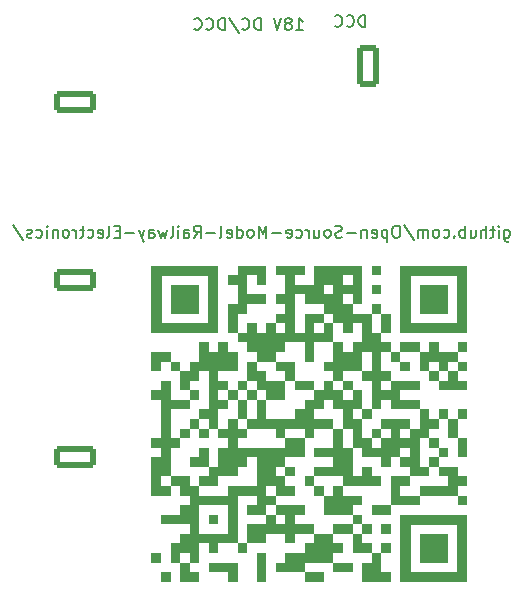
<source format=gbr>
%TF.GenerationSoftware,KiCad,Pcbnew,8.0.8*%
%TF.CreationDate,2025-06-27T13:45:21+02:00*%
%TF.ProjectId,OS-servo-decoder-8,4f532d73-6572-4766-9f2d-6465636f6465,rev?*%
%TF.SameCoordinates,Original*%
%TF.FileFunction,Legend,Bot*%
%TF.FilePolarity,Positive*%
%FSLAX46Y46*%
G04 Gerber Fmt 4.6, Leading zero omitted, Abs format (unit mm)*
G04 Created by KiCad (PCBNEW 8.0.8) date 2025-06-27 13:45:21*
%MOMM*%
%LPD*%
G01*
G04 APERTURE LIST*
G04 Aperture macros list*
%AMRoundRect*
0 Rectangle with rounded corners*
0 $1 Rounding radius*
0 $2 $3 $4 $5 $6 $7 $8 $9 X,Y pos of 4 corners*
0 Add a 4 corners polygon primitive as box body*
4,1,4,$2,$3,$4,$5,$6,$7,$8,$9,$2,$3,0*
0 Add four circle primitives for the rounded corners*
1,1,$1+$1,$2,$3*
1,1,$1+$1,$4,$5*
1,1,$1+$1,$6,$7*
1,1,$1+$1,$8,$9*
0 Add four rect primitives between the rounded corners*
20,1,$1+$1,$2,$3,$4,$5,0*
20,1,$1+$1,$4,$5,$6,$7,0*
20,1,$1+$1,$6,$7,$8,$9,0*
20,1,$1+$1,$8,$9,$2,$3,0*%
G04 Aperture macros list end*
%ADD10C,0.150000*%
%ADD11C,0.000000*%
%ADD12R,1.700000X1.700000*%
%ADD13O,1.700000X1.700000*%
%ADD14RoundRect,0.250000X-1.550000X0.650000X-1.550000X-0.650000X1.550000X-0.650000X1.550000X0.650000X0*%
%ADD15O,3.600000X1.800000*%
%ADD16C,3.200000*%
%ADD17R,2.200000X2.200000*%
%ADD18C,2.200000*%
%ADD19RoundRect,0.250000X0.650000X1.550000X-0.650000X1.550000X-0.650000X-1.550000X0.650000X-1.550000X0*%
%ADD20O,1.800000X3.600000*%
G04 APERTURE END LIST*
D10*
X120139411Y-105869819D02*
X120710839Y-105869819D01*
X120425125Y-105869819D02*
X120425125Y-104869819D01*
X120425125Y-104869819D02*
X120520363Y-105012676D01*
X120520363Y-105012676D02*
X120615601Y-105107914D01*
X120615601Y-105107914D02*
X120710839Y-105155533D01*
X119567982Y-105298390D02*
X119663220Y-105250771D01*
X119663220Y-105250771D02*
X119710839Y-105203152D01*
X119710839Y-105203152D02*
X119758458Y-105107914D01*
X119758458Y-105107914D02*
X119758458Y-105060295D01*
X119758458Y-105060295D02*
X119710839Y-104965057D01*
X119710839Y-104965057D02*
X119663220Y-104917438D01*
X119663220Y-104917438D02*
X119567982Y-104869819D01*
X119567982Y-104869819D02*
X119377506Y-104869819D01*
X119377506Y-104869819D02*
X119282268Y-104917438D01*
X119282268Y-104917438D02*
X119234649Y-104965057D01*
X119234649Y-104965057D02*
X119187030Y-105060295D01*
X119187030Y-105060295D02*
X119187030Y-105107914D01*
X119187030Y-105107914D02*
X119234649Y-105203152D01*
X119234649Y-105203152D02*
X119282268Y-105250771D01*
X119282268Y-105250771D02*
X119377506Y-105298390D01*
X119377506Y-105298390D02*
X119567982Y-105298390D01*
X119567982Y-105298390D02*
X119663220Y-105346009D01*
X119663220Y-105346009D02*
X119710839Y-105393628D01*
X119710839Y-105393628D02*
X119758458Y-105488866D01*
X119758458Y-105488866D02*
X119758458Y-105679342D01*
X119758458Y-105679342D02*
X119710839Y-105774580D01*
X119710839Y-105774580D02*
X119663220Y-105822200D01*
X119663220Y-105822200D02*
X119567982Y-105869819D01*
X119567982Y-105869819D02*
X119377506Y-105869819D01*
X119377506Y-105869819D02*
X119282268Y-105822200D01*
X119282268Y-105822200D02*
X119234649Y-105774580D01*
X119234649Y-105774580D02*
X119187030Y-105679342D01*
X119187030Y-105679342D02*
X119187030Y-105488866D01*
X119187030Y-105488866D02*
X119234649Y-105393628D01*
X119234649Y-105393628D02*
X119282268Y-105346009D01*
X119282268Y-105346009D02*
X119377506Y-105298390D01*
X118901315Y-104869819D02*
X118567982Y-105869819D01*
X118567982Y-105869819D02*
X118234649Y-104869819D01*
X117139410Y-105869819D02*
X117139410Y-104869819D01*
X117139410Y-104869819D02*
X116901315Y-104869819D01*
X116901315Y-104869819D02*
X116758458Y-104917438D01*
X116758458Y-104917438D02*
X116663220Y-105012676D01*
X116663220Y-105012676D02*
X116615601Y-105107914D01*
X116615601Y-105107914D02*
X116567982Y-105298390D01*
X116567982Y-105298390D02*
X116567982Y-105441247D01*
X116567982Y-105441247D02*
X116615601Y-105631723D01*
X116615601Y-105631723D02*
X116663220Y-105726961D01*
X116663220Y-105726961D02*
X116758458Y-105822200D01*
X116758458Y-105822200D02*
X116901315Y-105869819D01*
X116901315Y-105869819D02*
X117139410Y-105869819D01*
X115567982Y-105774580D02*
X115615601Y-105822200D01*
X115615601Y-105822200D02*
X115758458Y-105869819D01*
X115758458Y-105869819D02*
X115853696Y-105869819D01*
X115853696Y-105869819D02*
X115996553Y-105822200D01*
X115996553Y-105822200D02*
X116091791Y-105726961D01*
X116091791Y-105726961D02*
X116139410Y-105631723D01*
X116139410Y-105631723D02*
X116187029Y-105441247D01*
X116187029Y-105441247D02*
X116187029Y-105298390D01*
X116187029Y-105298390D02*
X116139410Y-105107914D01*
X116139410Y-105107914D02*
X116091791Y-105012676D01*
X116091791Y-105012676D02*
X115996553Y-104917438D01*
X115996553Y-104917438D02*
X115853696Y-104869819D01*
X115853696Y-104869819D02*
X115758458Y-104869819D01*
X115758458Y-104869819D02*
X115615601Y-104917438D01*
X115615601Y-104917438D02*
X115567982Y-104965057D01*
X114425125Y-104822200D02*
X115282267Y-106107914D01*
X114091791Y-105869819D02*
X114091791Y-104869819D01*
X114091791Y-104869819D02*
X113853696Y-104869819D01*
X113853696Y-104869819D02*
X113710839Y-104917438D01*
X113710839Y-104917438D02*
X113615601Y-105012676D01*
X113615601Y-105012676D02*
X113567982Y-105107914D01*
X113567982Y-105107914D02*
X113520363Y-105298390D01*
X113520363Y-105298390D02*
X113520363Y-105441247D01*
X113520363Y-105441247D02*
X113567982Y-105631723D01*
X113567982Y-105631723D02*
X113615601Y-105726961D01*
X113615601Y-105726961D02*
X113710839Y-105822200D01*
X113710839Y-105822200D02*
X113853696Y-105869819D01*
X113853696Y-105869819D02*
X114091791Y-105869819D01*
X112520363Y-105774580D02*
X112567982Y-105822200D01*
X112567982Y-105822200D02*
X112710839Y-105869819D01*
X112710839Y-105869819D02*
X112806077Y-105869819D01*
X112806077Y-105869819D02*
X112948934Y-105822200D01*
X112948934Y-105822200D02*
X113044172Y-105726961D01*
X113044172Y-105726961D02*
X113091791Y-105631723D01*
X113091791Y-105631723D02*
X113139410Y-105441247D01*
X113139410Y-105441247D02*
X113139410Y-105298390D01*
X113139410Y-105298390D02*
X113091791Y-105107914D01*
X113091791Y-105107914D02*
X113044172Y-105012676D01*
X113044172Y-105012676D02*
X112948934Y-104917438D01*
X112948934Y-104917438D02*
X112806077Y-104869819D01*
X112806077Y-104869819D02*
X112710839Y-104869819D01*
X112710839Y-104869819D02*
X112567982Y-104917438D01*
X112567982Y-104917438D02*
X112520363Y-104965057D01*
X111520363Y-105774580D02*
X111567982Y-105822200D01*
X111567982Y-105822200D02*
X111710839Y-105869819D01*
X111710839Y-105869819D02*
X111806077Y-105869819D01*
X111806077Y-105869819D02*
X111948934Y-105822200D01*
X111948934Y-105822200D02*
X112044172Y-105726961D01*
X112044172Y-105726961D02*
X112091791Y-105631723D01*
X112091791Y-105631723D02*
X112139410Y-105441247D01*
X112139410Y-105441247D02*
X112139410Y-105298390D01*
X112139410Y-105298390D02*
X112091791Y-105107914D01*
X112091791Y-105107914D02*
X112044172Y-105012676D01*
X112044172Y-105012676D02*
X111948934Y-104917438D01*
X111948934Y-104917438D02*
X111806077Y-104869819D01*
X111806077Y-104869819D02*
X111710839Y-104869819D01*
X111710839Y-104869819D02*
X111567982Y-104917438D01*
X111567982Y-104917438D02*
X111520363Y-104965057D01*
X137777353Y-122774152D02*
X137777353Y-123583676D01*
X137777353Y-123583676D02*
X137824972Y-123678914D01*
X137824972Y-123678914D02*
X137872591Y-123726533D01*
X137872591Y-123726533D02*
X137967829Y-123774152D01*
X137967829Y-123774152D02*
X138110686Y-123774152D01*
X138110686Y-123774152D02*
X138205924Y-123726533D01*
X137777353Y-123393200D02*
X137872591Y-123440819D01*
X137872591Y-123440819D02*
X138063067Y-123440819D01*
X138063067Y-123440819D02*
X138158305Y-123393200D01*
X138158305Y-123393200D02*
X138205924Y-123345580D01*
X138205924Y-123345580D02*
X138253543Y-123250342D01*
X138253543Y-123250342D02*
X138253543Y-122964628D01*
X138253543Y-122964628D02*
X138205924Y-122869390D01*
X138205924Y-122869390D02*
X138158305Y-122821771D01*
X138158305Y-122821771D02*
X138063067Y-122774152D01*
X138063067Y-122774152D02*
X137872591Y-122774152D01*
X137872591Y-122774152D02*
X137777353Y-122821771D01*
X137301162Y-123440819D02*
X137301162Y-122774152D01*
X137301162Y-122440819D02*
X137348781Y-122488438D01*
X137348781Y-122488438D02*
X137301162Y-122536057D01*
X137301162Y-122536057D02*
X137253543Y-122488438D01*
X137253543Y-122488438D02*
X137301162Y-122440819D01*
X137301162Y-122440819D02*
X137301162Y-122536057D01*
X136967829Y-122774152D02*
X136586877Y-122774152D01*
X136824972Y-122440819D02*
X136824972Y-123297961D01*
X136824972Y-123297961D02*
X136777353Y-123393200D01*
X136777353Y-123393200D02*
X136682115Y-123440819D01*
X136682115Y-123440819D02*
X136586877Y-123440819D01*
X136253543Y-123440819D02*
X136253543Y-122440819D01*
X135824972Y-123440819D02*
X135824972Y-122917009D01*
X135824972Y-122917009D02*
X135872591Y-122821771D01*
X135872591Y-122821771D02*
X135967829Y-122774152D01*
X135967829Y-122774152D02*
X136110686Y-122774152D01*
X136110686Y-122774152D02*
X136205924Y-122821771D01*
X136205924Y-122821771D02*
X136253543Y-122869390D01*
X134920210Y-122774152D02*
X134920210Y-123440819D01*
X135348781Y-122774152D02*
X135348781Y-123297961D01*
X135348781Y-123297961D02*
X135301162Y-123393200D01*
X135301162Y-123393200D02*
X135205924Y-123440819D01*
X135205924Y-123440819D02*
X135063067Y-123440819D01*
X135063067Y-123440819D02*
X134967829Y-123393200D01*
X134967829Y-123393200D02*
X134920210Y-123345580D01*
X134444019Y-123440819D02*
X134444019Y-122440819D01*
X134444019Y-122821771D02*
X134348781Y-122774152D01*
X134348781Y-122774152D02*
X134158305Y-122774152D01*
X134158305Y-122774152D02*
X134063067Y-122821771D01*
X134063067Y-122821771D02*
X134015448Y-122869390D01*
X134015448Y-122869390D02*
X133967829Y-122964628D01*
X133967829Y-122964628D02*
X133967829Y-123250342D01*
X133967829Y-123250342D02*
X134015448Y-123345580D01*
X134015448Y-123345580D02*
X134063067Y-123393200D01*
X134063067Y-123393200D02*
X134158305Y-123440819D01*
X134158305Y-123440819D02*
X134348781Y-123440819D01*
X134348781Y-123440819D02*
X134444019Y-123393200D01*
X133539257Y-123345580D02*
X133491638Y-123393200D01*
X133491638Y-123393200D02*
X133539257Y-123440819D01*
X133539257Y-123440819D02*
X133586876Y-123393200D01*
X133586876Y-123393200D02*
X133539257Y-123345580D01*
X133539257Y-123345580D02*
X133539257Y-123440819D01*
X132634496Y-123393200D02*
X132729734Y-123440819D01*
X132729734Y-123440819D02*
X132920210Y-123440819D01*
X132920210Y-123440819D02*
X133015448Y-123393200D01*
X133015448Y-123393200D02*
X133063067Y-123345580D01*
X133063067Y-123345580D02*
X133110686Y-123250342D01*
X133110686Y-123250342D02*
X133110686Y-122964628D01*
X133110686Y-122964628D02*
X133063067Y-122869390D01*
X133063067Y-122869390D02*
X133015448Y-122821771D01*
X133015448Y-122821771D02*
X132920210Y-122774152D01*
X132920210Y-122774152D02*
X132729734Y-122774152D01*
X132729734Y-122774152D02*
X132634496Y-122821771D01*
X132063067Y-123440819D02*
X132158305Y-123393200D01*
X132158305Y-123393200D02*
X132205924Y-123345580D01*
X132205924Y-123345580D02*
X132253543Y-123250342D01*
X132253543Y-123250342D02*
X132253543Y-122964628D01*
X132253543Y-122964628D02*
X132205924Y-122869390D01*
X132205924Y-122869390D02*
X132158305Y-122821771D01*
X132158305Y-122821771D02*
X132063067Y-122774152D01*
X132063067Y-122774152D02*
X131920210Y-122774152D01*
X131920210Y-122774152D02*
X131824972Y-122821771D01*
X131824972Y-122821771D02*
X131777353Y-122869390D01*
X131777353Y-122869390D02*
X131729734Y-122964628D01*
X131729734Y-122964628D02*
X131729734Y-123250342D01*
X131729734Y-123250342D02*
X131777353Y-123345580D01*
X131777353Y-123345580D02*
X131824972Y-123393200D01*
X131824972Y-123393200D02*
X131920210Y-123440819D01*
X131920210Y-123440819D02*
X132063067Y-123440819D01*
X131301162Y-123440819D02*
X131301162Y-122774152D01*
X131301162Y-122869390D02*
X131253543Y-122821771D01*
X131253543Y-122821771D02*
X131158305Y-122774152D01*
X131158305Y-122774152D02*
X131015448Y-122774152D01*
X131015448Y-122774152D02*
X130920210Y-122821771D01*
X130920210Y-122821771D02*
X130872591Y-122917009D01*
X130872591Y-122917009D02*
X130872591Y-123440819D01*
X130872591Y-122917009D02*
X130824972Y-122821771D01*
X130824972Y-122821771D02*
X130729734Y-122774152D01*
X130729734Y-122774152D02*
X130586877Y-122774152D01*
X130586877Y-122774152D02*
X130491638Y-122821771D01*
X130491638Y-122821771D02*
X130444019Y-122917009D01*
X130444019Y-122917009D02*
X130444019Y-123440819D01*
X129253544Y-122393200D02*
X130110686Y-123678914D01*
X128729734Y-122440819D02*
X128539258Y-122440819D01*
X128539258Y-122440819D02*
X128444020Y-122488438D01*
X128444020Y-122488438D02*
X128348782Y-122583676D01*
X128348782Y-122583676D02*
X128301163Y-122774152D01*
X128301163Y-122774152D02*
X128301163Y-123107485D01*
X128301163Y-123107485D02*
X128348782Y-123297961D01*
X128348782Y-123297961D02*
X128444020Y-123393200D01*
X128444020Y-123393200D02*
X128539258Y-123440819D01*
X128539258Y-123440819D02*
X128729734Y-123440819D01*
X128729734Y-123440819D02*
X128824972Y-123393200D01*
X128824972Y-123393200D02*
X128920210Y-123297961D01*
X128920210Y-123297961D02*
X128967829Y-123107485D01*
X128967829Y-123107485D02*
X128967829Y-122774152D01*
X128967829Y-122774152D02*
X128920210Y-122583676D01*
X128920210Y-122583676D02*
X128824972Y-122488438D01*
X128824972Y-122488438D02*
X128729734Y-122440819D01*
X127872591Y-122774152D02*
X127872591Y-123774152D01*
X127872591Y-122821771D02*
X127777353Y-122774152D01*
X127777353Y-122774152D02*
X127586877Y-122774152D01*
X127586877Y-122774152D02*
X127491639Y-122821771D01*
X127491639Y-122821771D02*
X127444020Y-122869390D01*
X127444020Y-122869390D02*
X127396401Y-122964628D01*
X127396401Y-122964628D02*
X127396401Y-123250342D01*
X127396401Y-123250342D02*
X127444020Y-123345580D01*
X127444020Y-123345580D02*
X127491639Y-123393200D01*
X127491639Y-123393200D02*
X127586877Y-123440819D01*
X127586877Y-123440819D02*
X127777353Y-123440819D01*
X127777353Y-123440819D02*
X127872591Y-123393200D01*
X126586877Y-123393200D02*
X126682115Y-123440819D01*
X126682115Y-123440819D02*
X126872591Y-123440819D01*
X126872591Y-123440819D02*
X126967829Y-123393200D01*
X126967829Y-123393200D02*
X127015448Y-123297961D01*
X127015448Y-123297961D02*
X127015448Y-122917009D01*
X127015448Y-122917009D02*
X126967829Y-122821771D01*
X126967829Y-122821771D02*
X126872591Y-122774152D01*
X126872591Y-122774152D02*
X126682115Y-122774152D01*
X126682115Y-122774152D02*
X126586877Y-122821771D01*
X126586877Y-122821771D02*
X126539258Y-122917009D01*
X126539258Y-122917009D02*
X126539258Y-123012247D01*
X126539258Y-123012247D02*
X127015448Y-123107485D01*
X126110686Y-122774152D02*
X126110686Y-123440819D01*
X126110686Y-122869390D02*
X126063067Y-122821771D01*
X126063067Y-122821771D02*
X125967829Y-122774152D01*
X125967829Y-122774152D02*
X125824972Y-122774152D01*
X125824972Y-122774152D02*
X125729734Y-122821771D01*
X125729734Y-122821771D02*
X125682115Y-122917009D01*
X125682115Y-122917009D02*
X125682115Y-123440819D01*
X125205924Y-123059866D02*
X124444020Y-123059866D01*
X124015448Y-123393200D02*
X123872591Y-123440819D01*
X123872591Y-123440819D02*
X123634496Y-123440819D01*
X123634496Y-123440819D02*
X123539258Y-123393200D01*
X123539258Y-123393200D02*
X123491639Y-123345580D01*
X123491639Y-123345580D02*
X123444020Y-123250342D01*
X123444020Y-123250342D02*
X123444020Y-123155104D01*
X123444020Y-123155104D02*
X123491639Y-123059866D01*
X123491639Y-123059866D02*
X123539258Y-123012247D01*
X123539258Y-123012247D02*
X123634496Y-122964628D01*
X123634496Y-122964628D02*
X123824972Y-122917009D01*
X123824972Y-122917009D02*
X123920210Y-122869390D01*
X123920210Y-122869390D02*
X123967829Y-122821771D01*
X123967829Y-122821771D02*
X124015448Y-122726533D01*
X124015448Y-122726533D02*
X124015448Y-122631295D01*
X124015448Y-122631295D02*
X123967829Y-122536057D01*
X123967829Y-122536057D02*
X123920210Y-122488438D01*
X123920210Y-122488438D02*
X123824972Y-122440819D01*
X123824972Y-122440819D02*
X123586877Y-122440819D01*
X123586877Y-122440819D02*
X123444020Y-122488438D01*
X122872591Y-123440819D02*
X122967829Y-123393200D01*
X122967829Y-123393200D02*
X123015448Y-123345580D01*
X123015448Y-123345580D02*
X123063067Y-123250342D01*
X123063067Y-123250342D02*
X123063067Y-122964628D01*
X123063067Y-122964628D02*
X123015448Y-122869390D01*
X123015448Y-122869390D02*
X122967829Y-122821771D01*
X122967829Y-122821771D02*
X122872591Y-122774152D01*
X122872591Y-122774152D02*
X122729734Y-122774152D01*
X122729734Y-122774152D02*
X122634496Y-122821771D01*
X122634496Y-122821771D02*
X122586877Y-122869390D01*
X122586877Y-122869390D02*
X122539258Y-122964628D01*
X122539258Y-122964628D02*
X122539258Y-123250342D01*
X122539258Y-123250342D02*
X122586877Y-123345580D01*
X122586877Y-123345580D02*
X122634496Y-123393200D01*
X122634496Y-123393200D02*
X122729734Y-123440819D01*
X122729734Y-123440819D02*
X122872591Y-123440819D01*
X121682115Y-122774152D02*
X121682115Y-123440819D01*
X122110686Y-122774152D02*
X122110686Y-123297961D01*
X122110686Y-123297961D02*
X122063067Y-123393200D01*
X122063067Y-123393200D02*
X121967829Y-123440819D01*
X121967829Y-123440819D02*
X121824972Y-123440819D01*
X121824972Y-123440819D02*
X121729734Y-123393200D01*
X121729734Y-123393200D02*
X121682115Y-123345580D01*
X121205924Y-123440819D02*
X121205924Y-122774152D01*
X121205924Y-122964628D02*
X121158305Y-122869390D01*
X121158305Y-122869390D02*
X121110686Y-122821771D01*
X121110686Y-122821771D02*
X121015448Y-122774152D01*
X121015448Y-122774152D02*
X120920210Y-122774152D01*
X120158305Y-123393200D02*
X120253543Y-123440819D01*
X120253543Y-123440819D02*
X120444019Y-123440819D01*
X120444019Y-123440819D02*
X120539257Y-123393200D01*
X120539257Y-123393200D02*
X120586876Y-123345580D01*
X120586876Y-123345580D02*
X120634495Y-123250342D01*
X120634495Y-123250342D02*
X120634495Y-122964628D01*
X120634495Y-122964628D02*
X120586876Y-122869390D01*
X120586876Y-122869390D02*
X120539257Y-122821771D01*
X120539257Y-122821771D02*
X120444019Y-122774152D01*
X120444019Y-122774152D02*
X120253543Y-122774152D01*
X120253543Y-122774152D02*
X120158305Y-122821771D01*
X119348781Y-123393200D02*
X119444019Y-123440819D01*
X119444019Y-123440819D02*
X119634495Y-123440819D01*
X119634495Y-123440819D02*
X119729733Y-123393200D01*
X119729733Y-123393200D02*
X119777352Y-123297961D01*
X119777352Y-123297961D02*
X119777352Y-122917009D01*
X119777352Y-122917009D02*
X119729733Y-122821771D01*
X119729733Y-122821771D02*
X119634495Y-122774152D01*
X119634495Y-122774152D02*
X119444019Y-122774152D01*
X119444019Y-122774152D02*
X119348781Y-122821771D01*
X119348781Y-122821771D02*
X119301162Y-122917009D01*
X119301162Y-122917009D02*
X119301162Y-123012247D01*
X119301162Y-123012247D02*
X119777352Y-123107485D01*
X118872590Y-123059866D02*
X118110686Y-123059866D01*
X117634495Y-123440819D02*
X117634495Y-122440819D01*
X117634495Y-122440819D02*
X117301162Y-123155104D01*
X117301162Y-123155104D02*
X116967829Y-122440819D01*
X116967829Y-122440819D02*
X116967829Y-123440819D01*
X116348781Y-123440819D02*
X116444019Y-123393200D01*
X116444019Y-123393200D02*
X116491638Y-123345580D01*
X116491638Y-123345580D02*
X116539257Y-123250342D01*
X116539257Y-123250342D02*
X116539257Y-122964628D01*
X116539257Y-122964628D02*
X116491638Y-122869390D01*
X116491638Y-122869390D02*
X116444019Y-122821771D01*
X116444019Y-122821771D02*
X116348781Y-122774152D01*
X116348781Y-122774152D02*
X116205924Y-122774152D01*
X116205924Y-122774152D02*
X116110686Y-122821771D01*
X116110686Y-122821771D02*
X116063067Y-122869390D01*
X116063067Y-122869390D02*
X116015448Y-122964628D01*
X116015448Y-122964628D02*
X116015448Y-123250342D01*
X116015448Y-123250342D02*
X116063067Y-123345580D01*
X116063067Y-123345580D02*
X116110686Y-123393200D01*
X116110686Y-123393200D02*
X116205924Y-123440819D01*
X116205924Y-123440819D02*
X116348781Y-123440819D01*
X115158305Y-123440819D02*
X115158305Y-122440819D01*
X115158305Y-123393200D02*
X115253543Y-123440819D01*
X115253543Y-123440819D02*
X115444019Y-123440819D01*
X115444019Y-123440819D02*
X115539257Y-123393200D01*
X115539257Y-123393200D02*
X115586876Y-123345580D01*
X115586876Y-123345580D02*
X115634495Y-123250342D01*
X115634495Y-123250342D02*
X115634495Y-122964628D01*
X115634495Y-122964628D02*
X115586876Y-122869390D01*
X115586876Y-122869390D02*
X115539257Y-122821771D01*
X115539257Y-122821771D02*
X115444019Y-122774152D01*
X115444019Y-122774152D02*
X115253543Y-122774152D01*
X115253543Y-122774152D02*
X115158305Y-122821771D01*
X114301162Y-123393200D02*
X114396400Y-123440819D01*
X114396400Y-123440819D02*
X114586876Y-123440819D01*
X114586876Y-123440819D02*
X114682114Y-123393200D01*
X114682114Y-123393200D02*
X114729733Y-123297961D01*
X114729733Y-123297961D02*
X114729733Y-122917009D01*
X114729733Y-122917009D02*
X114682114Y-122821771D01*
X114682114Y-122821771D02*
X114586876Y-122774152D01*
X114586876Y-122774152D02*
X114396400Y-122774152D01*
X114396400Y-122774152D02*
X114301162Y-122821771D01*
X114301162Y-122821771D02*
X114253543Y-122917009D01*
X114253543Y-122917009D02*
X114253543Y-123012247D01*
X114253543Y-123012247D02*
X114729733Y-123107485D01*
X113682114Y-123440819D02*
X113777352Y-123393200D01*
X113777352Y-123393200D02*
X113824971Y-123297961D01*
X113824971Y-123297961D02*
X113824971Y-122440819D01*
X113301161Y-123059866D02*
X112539257Y-123059866D01*
X111491638Y-123440819D02*
X111824971Y-122964628D01*
X112063066Y-123440819D02*
X112063066Y-122440819D01*
X112063066Y-122440819D02*
X111682114Y-122440819D01*
X111682114Y-122440819D02*
X111586876Y-122488438D01*
X111586876Y-122488438D02*
X111539257Y-122536057D01*
X111539257Y-122536057D02*
X111491638Y-122631295D01*
X111491638Y-122631295D02*
X111491638Y-122774152D01*
X111491638Y-122774152D02*
X111539257Y-122869390D01*
X111539257Y-122869390D02*
X111586876Y-122917009D01*
X111586876Y-122917009D02*
X111682114Y-122964628D01*
X111682114Y-122964628D02*
X112063066Y-122964628D01*
X110634495Y-123440819D02*
X110634495Y-122917009D01*
X110634495Y-122917009D02*
X110682114Y-122821771D01*
X110682114Y-122821771D02*
X110777352Y-122774152D01*
X110777352Y-122774152D02*
X110967828Y-122774152D01*
X110967828Y-122774152D02*
X111063066Y-122821771D01*
X110634495Y-123393200D02*
X110729733Y-123440819D01*
X110729733Y-123440819D02*
X110967828Y-123440819D01*
X110967828Y-123440819D02*
X111063066Y-123393200D01*
X111063066Y-123393200D02*
X111110685Y-123297961D01*
X111110685Y-123297961D02*
X111110685Y-123202723D01*
X111110685Y-123202723D02*
X111063066Y-123107485D01*
X111063066Y-123107485D02*
X110967828Y-123059866D01*
X110967828Y-123059866D02*
X110729733Y-123059866D01*
X110729733Y-123059866D02*
X110634495Y-123012247D01*
X110158304Y-123440819D02*
X110158304Y-122774152D01*
X110158304Y-122440819D02*
X110205923Y-122488438D01*
X110205923Y-122488438D02*
X110158304Y-122536057D01*
X110158304Y-122536057D02*
X110110685Y-122488438D01*
X110110685Y-122488438D02*
X110158304Y-122440819D01*
X110158304Y-122440819D02*
X110158304Y-122536057D01*
X109539257Y-123440819D02*
X109634495Y-123393200D01*
X109634495Y-123393200D02*
X109682114Y-123297961D01*
X109682114Y-123297961D02*
X109682114Y-122440819D01*
X109253542Y-122774152D02*
X109063066Y-123440819D01*
X109063066Y-123440819D02*
X108872590Y-122964628D01*
X108872590Y-122964628D02*
X108682114Y-123440819D01*
X108682114Y-123440819D02*
X108491638Y-122774152D01*
X107682114Y-123440819D02*
X107682114Y-122917009D01*
X107682114Y-122917009D02*
X107729733Y-122821771D01*
X107729733Y-122821771D02*
X107824971Y-122774152D01*
X107824971Y-122774152D02*
X108015447Y-122774152D01*
X108015447Y-122774152D02*
X108110685Y-122821771D01*
X107682114Y-123393200D02*
X107777352Y-123440819D01*
X107777352Y-123440819D02*
X108015447Y-123440819D01*
X108015447Y-123440819D02*
X108110685Y-123393200D01*
X108110685Y-123393200D02*
X108158304Y-123297961D01*
X108158304Y-123297961D02*
X108158304Y-123202723D01*
X108158304Y-123202723D02*
X108110685Y-123107485D01*
X108110685Y-123107485D02*
X108015447Y-123059866D01*
X108015447Y-123059866D02*
X107777352Y-123059866D01*
X107777352Y-123059866D02*
X107682114Y-123012247D01*
X107301161Y-122774152D02*
X107063066Y-123440819D01*
X106824971Y-122774152D02*
X107063066Y-123440819D01*
X107063066Y-123440819D02*
X107158304Y-123678914D01*
X107158304Y-123678914D02*
X107205923Y-123726533D01*
X107205923Y-123726533D02*
X107301161Y-123774152D01*
X106444018Y-123059866D02*
X105682114Y-123059866D01*
X105205923Y-122917009D02*
X104872590Y-122917009D01*
X104729733Y-123440819D02*
X105205923Y-123440819D01*
X105205923Y-123440819D02*
X105205923Y-122440819D01*
X105205923Y-122440819D02*
X104729733Y-122440819D01*
X104158304Y-123440819D02*
X104253542Y-123393200D01*
X104253542Y-123393200D02*
X104301161Y-123297961D01*
X104301161Y-123297961D02*
X104301161Y-122440819D01*
X103396399Y-123393200D02*
X103491637Y-123440819D01*
X103491637Y-123440819D02*
X103682113Y-123440819D01*
X103682113Y-123440819D02*
X103777351Y-123393200D01*
X103777351Y-123393200D02*
X103824970Y-123297961D01*
X103824970Y-123297961D02*
X103824970Y-122917009D01*
X103824970Y-122917009D02*
X103777351Y-122821771D01*
X103777351Y-122821771D02*
X103682113Y-122774152D01*
X103682113Y-122774152D02*
X103491637Y-122774152D01*
X103491637Y-122774152D02*
X103396399Y-122821771D01*
X103396399Y-122821771D02*
X103348780Y-122917009D01*
X103348780Y-122917009D02*
X103348780Y-123012247D01*
X103348780Y-123012247D02*
X103824970Y-123107485D01*
X102491637Y-123393200D02*
X102586875Y-123440819D01*
X102586875Y-123440819D02*
X102777351Y-123440819D01*
X102777351Y-123440819D02*
X102872589Y-123393200D01*
X102872589Y-123393200D02*
X102920208Y-123345580D01*
X102920208Y-123345580D02*
X102967827Y-123250342D01*
X102967827Y-123250342D02*
X102967827Y-122964628D01*
X102967827Y-122964628D02*
X102920208Y-122869390D01*
X102920208Y-122869390D02*
X102872589Y-122821771D01*
X102872589Y-122821771D02*
X102777351Y-122774152D01*
X102777351Y-122774152D02*
X102586875Y-122774152D01*
X102586875Y-122774152D02*
X102491637Y-122821771D01*
X102205922Y-122774152D02*
X101824970Y-122774152D01*
X102063065Y-122440819D02*
X102063065Y-123297961D01*
X102063065Y-123297961D02*
X102015446Y-123393200D01*
X102015446Y-123393200D02*
X101920208Y-123440819D01*
X101920208Y-123440819D02*
X101824970Y-123440819D01*
X101491636Y-123440819D02*
X101491636Y-122774152D01*
X101491636Y-122964628D02*
X101444017Y-122869390D01*
X101444017Y-122869390D02*
X101396398Y-122821771D01*
X101396398Y-122821771D02*
X101301160Y-122774152D01*
X101301160Y-122774152D02*
X101205922Y-122774152D01*
X100729731Y-123440819D02*
X100824969Y-123393200D01*
X100824969Y-123393200D02*
X100872588Y-123345580D01*
X100872588Y-123345580D02*
X100920207Y-123250342D01*
X100920207Y-123250342D02*
X100920207Y-122964628D01*
X100920207Y-122964628D02*
X100872588Y-122869390D01*
X100872588Y-122869390D02*
X100824969Y-122821771D01*
X100824969Y-122821771D02*
X100729731Y-122774152D01*
X100729731Y-122774152D02*
X100586874Y-122774152D01*
X100586874Y-122774152D02*
X100491636Y-122821771D01*
X100491636Y-122821771D02*
X100444017Y-122869390D01*
X100444017Y-122869390D02*
X100396398Y-122964628D01*
X100396398Y-122964628D02*
X100396398Y-123250342D01*
X100396398Y-123250342D02*
X100444017Y-123345580D01*
X100444017Y-123345580D02*
X100491636Y-123393200D01*
X100491636Y-123393200D02*
X100586874Y-123440819D01*
X100586874Y-123440819D02*
X100729731Y-123440819D01*
X99967826Y-122774152D02*
X99967826Y-123440819D01*
X99967826Y-122869390D02*
X99920207Y-122821771D01*
X99920207Y-122821771D02*
X99824969Y-122774152D01*
X99824969Y-122774152D02*
X99682112Y-122774152D01*
X99682112Y-122774152D02*
X99586874Y-122821771D01*
X99586874Y-122821771D02*
X99539255Y-122917009D01*
X99539255Y-122917009D02*
X99539255Y-123440819D01*
X99063064Y-123440819D02*
X99063064Y-122774152D01*
X99063064Y-122440819D02*
X99110683Y-122488438D01*
X99110683Y-122488438D02*
X99063064Y-122536057D01*
X99063064Y-122536057D02*
X99015445Y-122488438D01*
X99015445Y-122488438D02*
X99063064Y-122440819D01*
X99063064Y-122440819D02*
X99063064Y-122536057D01*
X98158303Y-123393200D02*
X98253541Y-123440819D01*
X98253541Y-123440819D02*
X98444017Y-123440819D01*
X98444017Y-123440819D02*
X98539255Y-123393200D01*
X98539255Y-123393200D02*
X98586874Y-123345580D01*
X98586874Y-123345580D02*
X98634493Y-123250342D01*
X98634493Y-123250342D02*
X98634493Y-122964628D01*
X98634493Y-122964628D02*
X98586874Y-122869390D01*
X98586874Y-122869390D02*
X98539255Y-122821771D01*
X98539255Y-122821771D02*
X98444017Y-122774152D01*
X98444017Y-122774152D02*
X98253541Y-122774152D01*
X98253541Y-122774152D02*
X98158303Y-122821771D01*
X97777350Y-123393200D02*
X97682112Y-123440819D01*
X97682112Y-123440819D02*
X97491636Y-123440819D01*
X97491636Y-123440819D02*
X97396398Y-123393200D01*
X97396398Y-123393200D02*
X97348779Y-123297961D01*
X97348779Y-123297961D02*
X97348779Y-123250342D01*
X97348779Y-123250342D02*
X97396398Y-123155104D01*
X97396398Y-123155104D02*
X97491636Y-123107485D01*
X97491636Y-123107485D02*
X97634493Y-123107485D01*
X97634493Y-123107485D02*
X97729731Y-123059866D01*
X97729731Y-123059866D02*
X97777350Y-122964628D01*
X97777350Y-122964628D02*
X97777350Y-122917009D01*
X97777350Y-122917009D02*
X97729731Y-122821771D01*
X97729731Y-122821771D02*
X97634493Y-122774152D01*
X97634493Y-122774152D02*
X97491636Y-122774152D01*
X97491636Y-122774152D02*
X97396398Y-122821771D01*
X96205922Y-122393200D02*
X97063064Y-123678914D01*
X125997220Y-105615819D02*
X125997220Y-104615819D01*
X125997220Y-104615819D02*
X125759125Y-104615819D01*
X125759125Y-104615819D02*
X125616268Y-104663438D01*
X125616268Y-104663438D02*
X125521030Y-104758676D01*
X125521030Y-104758676D02*
X125473411Y-104853914D01*
X125473411Y-104853914D02*
X125425792Y-105044390D01*
X125425792Y-105044390D02*
X125425792Y-105187247D01*
X125425792Y-105187247D02*
X125473411Y-105377723D01*
X125473411Y-105377723D02*
X125521030Y-105472961D01*
X125521030Y-105472961D02*
X125616268Y-105568200D01*
X125616268Y-105568200D02*
X125759125Y-105615819D01*
X125759125Y-105615819D02*
X125997220Y-105615819D01*
X124425792Y-105520580D02*
X124473411Y-105568200D01*
X124473411Y-105568200D02*
X124616268Y-105615819D01*
X124616268Y-105615819D02*
X124711506Y-105615819D01*
X124711506Y-105615819D02*
X124854363Y-105568200D01*
X124854363Y-105568200D02*
X124949601Y-105472961D01*
X124949601Y-105472961D02*
X124997220Y-105377723D01*
X124997220Y-105377723D02*
X125044839Y-105187247D01*
X125044839Y-105187247D02*
X125044839Y-105044390D01*
X125044839Y-105044390D02*
X124997220Y-104853914D01*
X124997220Y-104853914D02*
X124949601Y-104758676D01*
X124949601Y-104758676D02*
X124854363Y-104663438D01*
X124854363Y-104663438D02*
X124711506Y-104615819D01*
X124711506Y-104615819D02*
X124616268Y-104615819D01*
X124616268Y-104615819D02*
X124473411Y-104663438D01*
X124473411Y-104663438D02*
X124425792Y-104711057D01*
X123425792Y-105520580D02*
X123473411Y-105568200D01*
X123473411Y-105568200D02*
X123616268Y-105615819D01*
X123616268Y-105615819D02*
X123711506Y-105615819D01*
X123711506Y-105615819D02*
X123854363Y-105568200D01*
X123854363Y-105568200D02*
X123949601Y-105472961D01*
X123949601Y-105472961D02*
X123997220Y-105377723D01*
X123997220Y-105377723D02*
X124044839Y-105187247D01*
X124044839Y-105187247D02*
X124044839Y-105044390D01*
X124044839Y-105044390D02*
X123997220Y-104853914D01*
X123997220Y-104853914D02*
X123949601Y-104758676D01*
X123949601Y-104758676D02*
X123854363Y-104663438D01*
X123854363Y-104663438D02*
X123711506Y-104615819D01*
X123711506Y-104615819D02*
X123616268Y-104615819D01*
X123616268Y-104615819D02*
X123473411Y-104663438D01*
X123473411Y-104663438D02*
X123425792Y-104711057D01*
D11*
%TO.C,G\u002A\u002A\u002A*%
G36*
X108702714Y-150557911D02*
G01*
X108702714Y-150963370D01*
X108297255Y-150963370D01*
X107891797Y-150963370D01*
X107891797Y-150557911D01*
X107891797Y-150152453D01*
X108297255Y-150152453D01*
X108702714Y-150152453D01*
X108702714Y-150557911D01*
G37*
G36*
X109513630Y-152179745D02*
G01*
X109513630Y-152585203D01*
X109108172Y-152585203D01*
X108702714Y-152585203D01*
X108702714Y-152179745D01*
X108702714Y-151774286D01*
X109108172Y-151774286D01*
X109513630Y-151774286D01*
X109513630Y-152179745D01*
G37*
G36*
X111946380Y-128663164D02*
G01*
X111946380Y-129879539D01*
X110730005Y-129879539D01*
X109513630Y-129879539D01*
X109513630Y-128663164D01*
X109513630Y-127446789D01*
X110730005Y-127446789D01*
X111946380Y-127446789D01*
X111946380Y-128663164D01*
G37*
G36*
X111135463Y-140015996D02*
G01*
X111135463Y-140421454D01*
X110730005Y-140421454D01*
X110324547Y-140421454D01*
X110324547Y-140015996D01*
X110324547Y-139610538D01*
X110730005Y-139610538D01*
X111135463Y-139610538D01*
X111135463Y-140015996D01*
G37*
G36*
X113568213Y-147314245D02*
G01*
X113568213Y-147719703D01*
X113162755Y-147719703D01*
X112757297Y-147719703D01*
X112757297Y-147314245D01*
X112757297Y-146908787D01*
X113162755Y-146908787D01*
X113568213Y-146908787D01*
X113568213Y-147314245D01*
G37*
G36*
X116000963Y-137988704D02*
G01*
X116000963Y-138799621D01*
X115595505Y-138799621D01*
X115190046Y-138799621D01*
X115190046Y-137988704D01*
X115190046Y-137177788D01*
X115595505Y-137177788D01*
X116000963Y-137177788D01*
X116000963Y-137988704D01*
G37*
G36*
X116811880Y-136772330D02*
G01*
X116811880Y-137177788D01*
X116406421Y-137177788D01*
X116000963Y-137177788D01*
X116000963Y-136772330D01*
X116000963Y-136366871D01*
X116406421Y-136366871D01*
X116811880Y-136366871D01*
X116811880Y-136772330D01*
G37*
G36*
X117622796Y-151368828D02*
G01*
X117622796Y-152585203D01*
X117217338Y-152585203D01*
X116811880Y-152585203D01*
X116811880Y-151368828D01*
X116811880Y-150152453D01*
X117217338Y-150152453D01*
X117622796Y-150152453D01*
X117622796Y-151368828D01*
G37*
G36*
X120055546Y-143259662D02*
G01*
X120055546Y-143665120D01*
X119650088Y-143665120D01*
X119244629Y-143665120D01*
X119244629Y-143259662D01*
X119244629Y-142854204D01*
X119650088Y-142854204D01*
X120055546Y-142854204D01*
X120055546Y-143259662D01*
G37*
G36*
X124921045Y-135961413D02*
G01*
X124921045Y-136366871D01*
X124515587Y-136366871D01*
X124110129Y-136366871D01*
X124110129Y-135961413D01*
X124110129Y-135555955D01*
X124515587Y-135555955D01*
X124921045Y-135555955D01*
X124921045Y-135961413D01*
G37*
G36*
X126542879Y-138394163D02*
G01*
X126542879Y-138799621D01*
X126137420Y-138799621D01*
X125731962Y-138799621D01*
X125731962Y-138394163D01*
X125731962Y-137988704D01*
X126137420Y-137988704D01*
X126542879Y-137988704D01*
X126542879Y-138394163D01*
G37*
G36*
X127353795Y-126230414D02*
G01*
X127353795Y-126635872D01*
X126948337Y-126635872D01*
X126542879Y-126635872D01*
X126542879Y-126230414D01*
X126542879Y-125824956D01*
X126948337Y-125824956D01*
X127353795Y-125824956D01*
X127353795Y-126230414D01*
G37*
G36*
X127353795Y-127852247D02*
G01*
X127353795Y-128257705D01*
X126948337Y-128257705D01*
X126542879Y-128257705D01*
X126542879Y-127852247D01*
X126542879Y-127446789D01*
X126948337Y-127446789D01*
X127353795Y-127446789D01*
X127353795Y-127852247D01*
G37*
G36*
X127353795Y-140015996D02*
G01*
X127353795Y-140421454D01*
X126948337Y-140421454D01*
X126542879Y-140421454D01*
X126542879Y-140015996D01*
X126542879Y-139610538D01*
X126948337Y-139610538D01*
X127353795Y-139610538D01*
X127353795Y-140015996D01*
G37*
G36*
X128164712Y-146503328D02*
G01*
X128164712Y-146908787D01*
X127353795Y-146908787D01*
X126542879Y-146908787D01*
X126542879Y-146503328D01*
X126542879Y-146097870D01*
X127353795Y-146097870D01*
X128164712Y-146097870D01*
X128164712Y-146503328D01*
G37*
G36*
X128164712Y-148125162D02*
G01*
X128164712Y-148530620D01*
X127759253Y-148530620D01*
X127353795Y-148530620D01*
X127353795Y-148125162D01*
X127353795Y-147719703D01*
X127759253Y-147719703D01*
X128164712Y-147719703D01*
X128164712Y-148125162D01*
G37*
G36*
X133030211Y-128663164D02*
G01*
X133030211Y-129879539D01*
X131813836Y-129879539D01*
X130597461Y-129879539D01*
X130597461Y-128663164D01*
X130597461Y-127446789D01*
X131813836Y-127446789D01*
X133030211Y-127446789D01*
X133030211Y-128663164D01*
G37*
G36*
X133030211Y-149746995D02*
G01*
X133030211Y-150963370D01*
X131813836Y-150963370D01*
X130597461Y-150963370D01*
X130597461Y-149746995D01*
X130597461Y-148530620D01*
X131813836Y-148530620D01*
X133030211Y-148530620D01*
X133030211Y-149746995D01*
G37*
G36*
X112757297Y-142043287D02*
G01*
X112757297Y-142854204D01*
X111946380Y-142854204D01*
X111135463Y-142854204D01*
X111135463Y-142448746D01*
X111135463Y-142043287D01*
X111540922Y-142043287D01*
X111946380Y-142043287D01*
X111946380Y-141637829D01*
X111946380Y-141232371D01*
X112351838Y-141232371D01*
X112757297Y-141232371D01*
X112757297Y-142043287D01*
G37*
G36*
X115190046Y-151774286D02*
G01*
X115190046Y-152585203D01*
X114784588Y-152585203D01*
X114379130Y-152585203D01*
X114379130Y-152179745D01*
X114379130Y-151774286D01*
X113568213Y-151774286D01*
X112757297Y-151774286D01*
X112757297Y-151368828D01*
X112757297Y-150963370D01*
X113973672Y-150963370D01*
X115190046Y-150963370D01*
X115190046Y-151774286D01*
G37*
G36*
X112351838Y-139610538D02*
G01*
X112757297Y-139610538D01*
X112757297Y-140015996D01*
X112757297Y-140421454D01*
X112351838Y-140421454D01*
X111946380Y-140421454D01*
X111946380Y-140015996D01*
X111946380Y-139610538D01*
X112351838Y-139610538D01*
G37*
G36*
X111946380Y-139205079D02*
G01*
X111946380Y-139610538D01*
X111540922Y-139610538D01*
X111135463Y-139610538D01*
X111135463Y-139205079D01*
X111135463Y-138799621D01*
X111540922Y-138799621D01*
X111946380Y-138799621D01*
X111946380Y-139205079D01*
G37*
G36*
X122082837Y-144476037D02*
G01*
X122488296Y-144476037D01*
X122488296Y-144881495D01*
X122488296Y-145286954D01*
X122082837Y-145286954D01*
X121677379Y-145286954D01*
X121677379Y-144881495D01*
X121677379Y-144476037D01*
X122082837Y-144476037D01*
G37*
G36*
X121677379Y-144070579D02*
G01*
X121677379Y-144476037D01*
X121271921Y-144476037D01*
X120866462Y-144476037D01*
X120866462Y-144070579D01*
X120866462Y-143665120D01*
X121271921Y-143665120D01*
X121677379Y-143665120D01*
X121677379Y-144070579D01*
G37*
G36*
X113568213Y-131501372D02*
G01*
X110730005Y-131501372D01*
X107891797Y-131501372D01*
X107891797Y-128663164D01*
X107891797Y-126688189D01*
X108755031Y-126688189D01*
X108755031Y-128663164D01*
X108755031Y-130638138D01*
X110730005Y-130638138D01*
X112704979Y-130638138D01*
X112704979Y-128663164D01*
X112704979Y-126688189D01*
X110730005Y-126688189D01*
X108755031Y-126688189D01*
X107891797Y-126688189D01*
X107891797Y-125824956D01*
X110730005Y-125824956D01*
X113568213Y-125824956D01*
X113568213Y-128663164D01*
X113568213Y-131501372D01*
G37*
G36*
X134652044Y-131501372D02*
G01*
X131813836Y-131501372D01*
X128975628Y-131501372D01*
X128975628Y-128663164D01*
X128975628Y-126688189D01*
X129838862Y-126688189D01*
X129838862Y-128663164D01*
X129838862Y-130638138D01*
X131813836Y-130638138D01*
X133788811Y-130638138D01*
X133788811Y-128663164D01*
X133788811Y-126688189D01*
X131813836Y-126688189D01*
X129838862Y-126688189D01*
X128975628Y-126688189D01*
X128975628Y-125824956D01*
X131813836Y-125824956D01*
X134652044Y-125824956D01*
X134652044Y-128663164D01*
X134652044Y-131501372D01*
G37*
G36*
X134652044Y-152585203D02*
G01*
X131813836Y-152585203D01*
X128975628Y-152585203D01*
X128975628Y-149746995D01*
X128975628Y-147772021D01*
X129838862Y-147772021D01*
X129838862Y-149746995D01*
X129838862Y-151721969D01*
X131813836Y-151721969D01*
X133788811Y-151721969D01*
X133788811Y-149746995D01*
X133788811Y-147772021D01*
X131813836Y-147772021D01*
X129838862Y-147772021D01*
X128975628Y-147772021D01*
X128975628Y-146908787D01*
X131813836Y-146908787D01*
X134652044Y-146908787D01*
X134652044Y-149746995D01*
X134652044Y-152585203D01*
G37*
G36*
X120866462Y-135555955D02*
G01*
X121677379Y-135555955D01*
X121677379Y-135961413D01*
X121677379Y-136366871D01*
X120866462Y-136366871D01*
X120055546Y-136366871D01*
X120055546Y-135961413D01*
X120055546Y-135555955D01*
X120866462Y-135555955D01*
G37*
G36*
X120055546Y-134745038D02*
G01*
X120055546Y-135555955D01*
X119650088Y-135555955D01*
X119244629Y-135555955D01*
X119244629Y-135150496D01*
X119244629Y-134745038D01*
X118839171Y-134745038D01*
X118433713Y-134745038D01*
X118433713Y-134339580D01*
X118433713Y-133934121D01*
X119244629Y-133934121D01*
X120055546Y-133934121D01*
X120055546Y-134745038D01*
G37*
G36*
X116811880Y-134339580D02*
G01*
X116811880Y-134745038D01*
X117217338Y-134745038D01*
X117622796Y-134745038D01*
X117622796Y-135150496D01*
X117622796Y-135555955D01*
X118433713Y-135555955D01*
X119244629Y-135555955D01*
X119244629Y-136366871D01*
X119244629Y-137177788D01*
X118433713Y-137177788D01*
X117622796Y-137177788D01*
X117622796Y-136772330D01*
X117622796Y-136366871D01*
X117217338Y-136366871D01*
X116811880Y-136366871D01*
X116811880Y-135961413D01*
X116811880Y-135555955D01*
X116406421Y-135555955D01*
X116000963Y-135555955D01*
X116000963Y-134745038D01*
X116000963Y-133934121D01*
X116406421Y-133934121D01*
X116811880Y-133934121D01*
X116811880Y-134339580D01*
G37*
G36*
X133030211Y-142854204D02*
G01*
X133841128Y-142854204D01*
X133841128Y-143259662D01*
X133841128Y-143665120D01*
X134246586Y-143665120D01*
X134652044Y-143665120D01*
X134652044Y-144070579D01*
X134652044Y-144476037D01*
X134246586Y-144476037D01*
X133841128Y-144476037D01*
X133841128Y-144881495D01*
X133841128Y-145286954D01*
X132219295Y-145286954D01*
X130597461Y-145286954D01*
X130597461Y-145692412D01*
X130597461Y-146097870D01*
X129381087Y-146097870D01*
X128164712Y-146097870D01*
X128164712Y-144881495D01*
X128164712Y-143665120D01*
X128975628Y-143665120D01*
X129786545Y-143665120D01*
X129786545Y-144070579D01*
X129786545Y-144476037D01*
X129381087Y-144476037D01*
X128975628Y-144476037D01*
X128975628Y-144881495D01*
X128975628Y-145286954D01*
X129786545Y-145286954D01*
X130597461Y-145286954D01*
X130597461Y-144881495D01*
X130597461Y-144476037D01*
X131813836Y-144476037D01*
X133030211Y-144476037D01*
X133030211Y-144070579D01*
X133030211Y-143665120D01*
X132624753Y-143665120D01*
X132219295Y-143665120D01*
X132219295Y-143259662D01*
X132219295Y-142854204D01*
X133030211Y-142854204D01*
G37*
G36*
X134246586Y-145286954D02*
G01*
X134652044Y-145286954D01*
X134652044Y-145692412D01*
X134652044Y-146097870D01*
X134246586Y-146097870D01*
X133841128Y-146097870D01*
X133841128Y-145692412D01*
X133841128Y-145286954D01*
X134246586Y-145286954D01*
G37*
G36*
X132219295Y-142448746D02*
G01*
X132219295Y-142854204D01*
X131813836Y-142854204D01*
X131408378Y-142854204D01*
X131408378Y-142448746D01*
X131408378Y-142043287D01*
X131813836Y-142043287D01*
X132219295Y-142043287D01*
X132219295Y-142448746D01*
G37*
G36*
X115190046Y-149341537D02*
G01*
X115595505Y-149341537D01*
X116000963Y-149341537D01*
X116000963Y-148530620D01*
X116000963Y-147719703D01*
X116811880Y-147719703D01*
X117622796Y-147719703D01*
X117622796Y-147314245D01*
X117622796Y-146908787D01*
X118028254Y-146908787D01*
X118433713Y-146908787D01*
X118433713Y-147314245D01*
X118433713Y-147719703D01*
X118839171Y-147719703D01*
X119244629Y-147719703D01*
X119244629Y-147314245D01*
X119244629Y-146908787D01*
X118839171Y-146908787D01*
X118433713Y-146908787D01*
X118433713Y-146503328D01*
X118433713Y-146097870D01*
X119650088Y-146097870D01*
X120866462Y-146097870D01*
X120866462Y-146503328D01*
X120866462Y-146908787D01*
X120461004Y-146908787D01*
X120055546Y-146908787D01*
X120055546Y-147314245D01*
X120055546Y-147719703D01*
X120866462Y-147719703D01*
X121677379Y-147719703D01*
X121677379Y-148125162D01*
X121677379Y-148530620D01*
X122488296Y-148530620D01*
X123299212Y-148530620D01*
X123299212Y-148125162D01*
X123299212Y-147719703D01*
X124110129Y-147719703D01*
X124921045Y-147719703D01*
X124921045Y-148125162D01*
X124921045Y-148530620D01*
X125326504Y-148530620D01*
X125731962Y-148530620D01*
X125731962Y-148125162D01*
X125731962Y-147719703D01*
X126137420Y-147719703D01*
X126542879Y-147719703D01*
X126542879Y-148125162D01*
X126542879Y-148530620D01*
X126137420Y-148530620D01*
X125731962Y-148530620D01*
X125731962Y-148936078D01*
X125731962Y-149341537D01*
X126137420Y-149341537D01*
X126542879Y-149341537D01*
X126542879Y-149746995D01*
X126542879Y-150152453D01*
X126948337Y-150152453D01*
X127353795Y-150152453D01*
X127353795Y-149746995D01*
X127353795Y-149341537D01*
X127759253Y-149341537D01*
X128164712Y-149341537D01*
X128164712Y-149746995D01*
X128164712Y-150152453D01*
X127759253Y-150152453D01*
X127353795Y-150152453D01*
X127353795Y-150963370D01*
X127353795Y-151774286D01*
X127759253Y-151774286D01*
X128164712Y-151774286D01*
X128164712Y-152179745D01*
X128164712Y-152585203D01*
X126948337Y-152585203D01*
X125731962Y-152585203D01*
X125731962Y-151774286D01*
X125731962Y-150963370D01*
X126137420Y-150963370D01*
X126542879Y-150963370D01*
X126542879Y-150557911D01*
X126542879Y-150152453D01*
X125731962Y-150152453D01*
X124921045Y-150152453D01*
X124921045Y-149341537D01*
X124921045Y-148530620D01*
X124110129Y-148530620D01*
X123299212Y-148530620D01*
X123299212Y-148936078D01*
X123299212Y-149341537D01*
X123704670Y-149341537D01*
X124110129Y-149341537D01*
X124110129Y-149746995D01*
X124110129Y-150152453D01*
X123704670Y-150152453D01*
X123299212Y-150152453D01*
X123299212Y-150557911D01*
X123299212Y-150963370D01*
X122082837Y-150963370D01*
X120866462Y-150963370D01*
X120866462Y-151368828D01*
X120866462Y-151774286D01*
X119650088Y-151774286D01*
X118433713Y-151774286D01*
X118433713Y-151368828D01*
X118433713Y-150963370D01*
X118839171Y-150963370D01*
X119244629Y-150963370D01*
X119244629Y-150557911D01*
X119244629Y-150152453D01*
X120055546Y-150152453D01*
X120866462Y-150152453D01*
X120866462Y-149746995D01*
X120866462Y-149341537D01*
X121271921Y-149341537D01*
X121677379Y-149341537D01*
X121677379Y-148936078D01*
X121677379Y-148530620D01*
X120866462Y-148530620D01*
X120055546Y-148530620D01*
X120055546Y-148936078D01*
X120055546Y-149341537D01*
X119650088Y-149341537D01*
X119244629Y-149341537D01*
X119244629Y-148936078D01*
X119244629Y-148530620D01*
X118433713Y-148530620D01*
X117622796Y-148530620D01*
X117622796Y-148936078D01*
X117622796Y-149341537D01*
X116811880Y-149341537D01*
X116000963Y-149341537D01*
X116000963Y-149746995D01*
X116000963Y-150152453D01*
X115595505Y-150152453D01*
X115190046Y-150152453D01*
X115190046Y-149746995D01*
X115190046Y-149341537D01*
X114379130Y-149341537D01*
X113568213Y-149341537D01*
X113568213Y-149746995D01*
X113568213Y-150152453D01*
X113162755Y-150152453D01*
X112757297Y-150152453D01*
X112757297Y-149746995D01*
X112757297Y-149341537D01*
X112351838Y-149341537D01*
X111946380Y-149341537D01*
X111946380Y-150152453D01*
X111946380Y-150557911D01*
X111946380Y-150963370D01*
X111540922Y-150963370D01*
X111135463Y-150963370D01*
X111135463Y-151368828D01*
X111135463Y-151774286D01*
X111540922Y-151774286D01*
X111946380Y-151774286D01*
X111946380Y-152179745D01*
X111946380Y-152585203D01*
X111135463Y-152585203D01*
X110324547Y-152585203D01*
X110324547Y-151774286D01*
X110324547Y-150963370D01*
X109919089Y-150963370D01*
X109513630Y-150963370D01*
X109513630Y-150152453D01*
X110324547Y-150152453D01*
X110324547Y-150557911D01*
X110324547Y-150963370D01*
X110730005Y-150963370D01*
X111135463Y-150963370D01*
X111135463Y-150557911D01*
X111135463Y-150152453D01*
X110730005Y-150152453D01*
X110324547Y-150152453D01*
X109513630Y-150152453D01*
X109513630Y-149341537D01*
X109919089Y-149341537D01*
X110324547Y-149341537D01*
X110324547Y-148936078D01*
X110324547Y-148530620D01*
X110730005Y-148530620D01*
X111135463Y-148530620D01*
X111135463Y-148125162D01*
X111135463Y-147719703D01*
X109919089Y-147719703D01*
X108702714Y-147719703D01*
X108702714Y-147314245D01*
X108702714Y-146908787D01*
X109513630Y-146908787D01*
X110324547Y-146908787D01*
X110324547Y-146503328D01*
X110324547Y-146097870D01*
X110730005Y-146097870D01*
X111135463Y-146097870D01*
X111946380Y-146097870D01*
X111946380Y-147314245D01*
X111946380Y-148530620D01*
X113162755Y-148530620D01*
X114379130Y-148530620D01*
X114379130Y-147314245D01*
X114379130Y-146097870D01*
X113162755Y-146097870D01*
X111946380Y-146097870D01*
X111135463Y-146097870D01*
X111135463Y-145692412D01*
X111135463Y-145286954D01*
X110730005Y-145286954D01*
X110324547Y-145286954D01*
X110324547Y-144881495D01*
X110324547Y-144476037D01*
X109919089Y-144476037D01*
X109513630Y-144476037D01*
X109513630Y-144881495D01*
X109513630Y-145286954D01*
X108702714Y-145286954D01*
X107891797Y-145286954D01*
X107891797Y-143665120D01*
X107891797Y-142043287D01*
X108297255Y-142043287D01*
X108702714Y-142043287D01*
X108702714Y-141637829D01*
X108702714Y-141232371D01*
X108297255Y-141232371D01*
X107891797Y-141232371D01*
X107891797Y-140826912D01*
X107891797Y-140421454D01*
X108297255Y-140421454D01*
X108702714Y-140421454D01*
X108702714Y-138799621D01*
X108702714Y-137177788D01*
X108297255Y-137177788D01*
X107891797Y-137177788D01*
X107891797Y-136772330D01*
X107891797Y-136366871D01*
X108297255Y-136366871D01*
X108702714Y-136366871D01*
X108702714Y-135961413D01*
X108702714Y-135555955D01*
X109108172Y-135555955D01*
X109513630Y-135555955D01*
X109513630Y-136366871D01*
X109513630Y-137177788D01*
X110324547Y-137177788D01*
X111135463Y-137177788D01*
X111135463Y-136772330D01*
X111135463Y-136366871D01*
X111540922Y-136366871D01*
X111946380Y-136366871D01*
X111946380Y-136772330D01*
X111946380Y-137177788D01*
X111540922Y-137177788D01*
X111135463Y-137177788D01*
X111135463Y-137583246D01*
X111135463Y-137988704D01*
X110324547Y-137988704D01*
X109513630Y-137988704D01*
X109513630Y-139205079D01*
X109513630Y-140421454D01*
X109919089Y-140421454D01*
X110324547Y-140421454D01*
X110324547Y-140826912D01*
X110324547Y-141232371D01*
X109919089Y-141232371D01*
X109513630Y-141232371D01*
X109513630Y-142448746D01*
X109513630Y-143665120D01*
X109108172Y-143665120D01*
X108702714Y-143665120D01*
X108702714Y-144070579D01*
X108702714Y-144476037D01*
X109108172Y-144476037D01*
X109513630Y-144476037D01*
X109513630Y-144070579D01*
X109513630Y-143665120D01*
X110324547Y-143665120D01*
X111135463Y-143665120D01*
X111135463Y-144070579D01*
X111135463Y-144476037D01*
X111540922Y-144476037D01*
X111946380Y-144476037D01*
X111946380Y-144881495D01*
X111946380Y-145286954D01*
X113162755Y-145286954D01*
X114379130Y-145286954D01*
X114379130Y-144881495D01*
X114379130Y-144476037D01*
X115595505Y-144476037D01*
X116811880Y-144476037D01*
X116811880Y-143259662D01*
X116811880Y-142043287D01*
X116406421Y-142043287D01*
X116000963Y-142043287D01*
X116000963Y-142448746D01*
X116000963Y-142854204D01*
X115595505Y-142854204D01*
X115190046Y-142854204D01*
X115190046Y-143259662D01*
X115190046Y-143665120D01*
X114379130Y-143665120D01*
X113568213Y-143665120D01*
X113568213Y-144070579D01*
X113568213Y-144476037D01*
X112757297Y-144476037D01*
X111946380Y-144476037D01*
X111946380Y-144070579D01*
X111946380Y-143665120D01*
X112351838Y-143665120D01*
X112757297Y-143665120D01*
X112757297Y-143259662D01*
X112757297Y-142854204D01*
X113162755Y-142854204D01*
X113568213Y-142854204D01*
X113568213Y-142043287D01*
X113568213Y-141232371D01*
X113973672Y-141232371D01*
X114379130Y-141232371D01*
X114379130Y-140826912D01*
X114379130Y-140421454D01*
X113973672Y-140421454D01*
X113568213Y-140421454D01*
X113568213Y-140015996D01*
X113568213Y-139610538D01*
X113973672Y-139610538D01*
X114379130Y-139610538D01*
X114379130Y-139205079D01*
X114379130Y-138799621D01*
X114784588Y-138799621D01*
X115190046Y-138799621D01*
X115190046Y-139205079D01*
X115190046Y-139610538D01*
X115595505Y-139610538D01*
X116000963Y-139610538D01*
X116000963Y-140015996D01*
X116000963Y-140421454D01*
X115595505Y-140421454D01*
X115190046Y-140421454D01*
X115190046Y-140826912D01*
X115190046Y-141232371D01*
X117217338Y-141232371D01*
X119244629Y-141232371D01*
X119244629Y-140826912D01*
X119244629Y-140421454D01*
X120055546Y-140421454D01*
X120866462Y-140421454D01*
X120866462Y-141232371D01*
X120866462Y-142043287D01*
X120055546Y-142043287D01*
X119244629Y-142043287D01*
X119244629Y-142448746D01*
X119244629Y-142854204D01*
X118839171Y-142854204D01*
X118433713Y-142854204D01*
X118433713Y-143259662D01*
X118433713Y-143665120D01*
X118839171Y-143665120D01*
X119244629Y-143665120D01*
X119244629Y-144070579D01*
X119244629Y-144476037D01*
X119650088Y-144476037D01*
X120055546Y-144476037D01*
X120055546Y-144881495D01*
X120055546Y-145286954D01*
X119244629Y-145286954D01*
X118433713Y-145286954D01*
X118433713Y-144881495D01*
X118433713Y-144476037D01*
X118028254Y-144476037D01*
X117622796Y-144476037D01*
X117622796Y-144881495D01*
X117622796Y-145286954D01*
X118028254Y-145286954D01*
X118433713Y-145286954D01*
X118433713Y-145692412D01*
X118433713Y-146097870D01*
X118028254Y-146097870D01*
X117622796Y-146097870D01*
X117622796Y-146503328D01*
X117622796Y-146908787D01*
X116811880Y-146908787D01*
X116000963Y-146908787D01*
X116000963Y-146503328D01*
X116000963Y-146097870D01*
X116406421Y-146097870D01*
X116811880Y-146097870D01*
X116811880Y-145692412D01*
X116811880Y-145286954D01*
X116000963Y-145286954D01*
X115190046Y-145286954D01*
X115190046Y-147314245D01*
X115190046Y-149341537D01*
G37*
G36*
X121677379Y-151774286D02*
G01*
X122488296Y-151774286D01*
X122488296Y-152179745D01*
X122488296Y-152585203D01*
X121677379Y-152585203D01*
X120866462Y-152585203D01*
X120866462Y-152179745D01*
X120866462Y-151774286D01*
X121677379Y-151774286D01*
G37*
G36*
X124110129Y-150963370D02*
G01*
X124921045Y-150963370D01*
X124921045Y-151368828D01*
X124921045Y-151774286D01*
X124110129Y-151774286D01*
X123299212Y-151774286D01*
X123299212Y-151368828D01*
X123299212Y-150963370D01*
X124110129Y-150963370D01*
G37*
G36*
X125326504Y-146908787D02*
G01*
X125731962Y-146908787D01*
X125731962Y-147314245D01*
X125731962Y-147719703D01*
X125326504Y-147719703D01*
X124921045Y-147719703D01*
X124921045Y-147314245D01*
X124921045Y-146908787D01*
X125326504Y-146908787D01*
G37*
G36*
X124110129Y-144881495D02*
G01*
X124110129Y-145286954D01*
X124921045Y-145286954D01*
X125731962Y-145286954D01*
X125731962Y-145692412D01*
X125731962Y-146097870D01*
X125326504Y-146097870D01*
X124921045Y-146097870D01*
X124921045Y-146503328D01*
X124921045Y-146908787D01*
X123704670Y-146908787D01*
X122488296Y-146908787D01*
X122488296Y-146097870D01*
X122488296Y-145286954D01*
X122893754Y-145286954D01*
X123299212Y-145286954D01*
X123299212Y-144881495D01*
X123299212Y-144476037D01*
X123704670Y-144476037D01*
X124110129Y-144476037D01*
X124110129Y-144881495D01*
G37*
G36*
X112757297Y-132717747D02*
G01*
X112757297Y-133123205D01*
X113162755Y-133123205D01*
X113568213Y-133123205D01*
X113568213Y-132717747D01*
X113568213Y-132312288D01*
X113973672Y-132312288D01*
X114379130Y-132312288D01*
X114379130Y-132717747D01*
X114379130Y-133123205D01*
X114784588Y-133123205D01*
X115190046Y-133123205D01*
X115190046Y-133934121D01*
X115190046Y-134745038D01*
X114379130Y-134745038D01*
X113568213Y-134745038D01*
X113568213Y-135150496D01*
X113568213Y-135555955D01*
X113973672Y-135555955D01*
X114379130Y-135555955D01*
X114379130Y-135961413D01*
X114379130Y-136366871D01*
X114784588Y-136366871D01*
X115190046Y-136366871D01*
X115190046Y-135961413D01*
X115190046Y-135555955D01*
X115595505Y-135555955D01*
X116000963Y-135555955D01*
X116000963Y-135961413D01*
X116000963Y-136366871D01*
X115595505Y-136366871D01*
X115190046Y-136366871D01*
X115190046Y-136772330D01*
X115190046Y-137177788D01*
X114784588Y-137177788D01*
X114379130Y-137177788D01*
X114379130Y-136772330D01*
X114379130Y-136366871D01*
X113973672Y-136366871D01*
X113568213Y-136366871D01*
X113568213Y-136772330D01*
X113568213Y-137177788D01*
X113973672Y-137177788D01*
X114379130Y-137177788D01*
X114379130Y-137583246D01*
X114379130Y-137988704D01*
X113973672Y-137988704D01*
X113568213Y-137988704D01*
X113568213Y-138799621D01*
X113568213Y-139610538D01*
X113162755Y-139610538D01*
X112757297Y-139610538D01*
X112757297Y-139205079D01*
X112757297Y-138799621D01*
X112351838Y-138799621D01*
X111946380Y-138799621D01*
X111946380Y-138394163D01*
X111946380Y-137988704D01*
X112351838Y-137988704D01*
X112757297Y-137988704D01*
X112757297Y-136366871D01*
X112757297Y-134745038D01*
X112351838Y-134745038D01*
X111946380Y-134745038D01*
X111946380Y-135150496D01*
X111946380Y-135555955D01*
X111540922Y-135555955D01*
X111135463Y-135555955D01*
X111135463Y-135961413D01*
X111135463Y-136366871D01*
X110730005Y-136366871D01*
X110324547Y-136366871D01*
X110324547Y-135555955D01*
X110324547Y-134745038D01*
X109919089Y-134745038D01*
X109513630Y-134745038D01*
X109513630Y-134339580D01*
X109513630Y-133934121D01*
X109919089Y-133934121D01*
X110324547Y-133934121D01*
X110324547Y-134339580D01*
X110324547Y-134745038D01*
X110730005Y-134745038D01*
X111135463Y-134745038D01*
X111135463Y-134339580D01*
X111135463Y-133934121D01*
X111540922Y-133934121D01*
X111946380Y-133934121D01*
X111946380Y-133123205D01*
X111946380Y-132312288D01*
X112351838Y-132312288D01*
X112757297Y-132312288D01*
X112757297Y-132717747D01*
G37*
G36*
X109513630Y-133528663D02*
G01*
X109513630Y-133934121D01*
X109108172Y-133934121D01*
X108702714Y-133934121D01*
X108702714Y-134339580D01*
X108702714Y-134745038D01*
X108297255Y-134745038D01*
X107891797Y-134745038D01*
X107891797Y-133934121D01*
X107891797Y-133123205D01*
X108702714Y-133123205D01*
X109513630Y-133123205D01*
X109513630Y-133528663D01*
G37*
G36*
X131408378Y-140421454D02*
G01*
X131002920Y-140421454D01*
X130597461Y-140421454D01*
X130597461Y-141637829D01*
X130597461Y-142854204D01*
X131002920Y-142854204D01*
X131408378Y-142854204D01*
X131408378Y-143259662D01*
X131408378Y-143665120D01*
X130597461Y-143665120D01*
X129786545Y-143665120D01*
X129786545Y-143259662D01*
X129786545Y-142854204D01*
X129381087Y-142854204D01*
X128975628Y-142854204D01*
X128975628Y-142448746D01*
X128975628Y-142043287D01*
X128570170Y-142043287D01*
X128164712Y-142043287D01*
X128164712Y-142448746D01*
X128164712Y-142854204D01*
X127759253Y-142854204D01*
X127353795Y-142854204D01*
X127353795Y-142448746D01*
X127353795Y-142043287D01*
X126542879Y-142043287D01*
X125731962Y-142043287D01*
X125731962Y-141637829D01*
X125731962Y-141232371D01*
X125326504Y-141232371D01*
X124921045Y-141232371D01*
X124921045Y-142448746D01*
X124921045Y-143665120D01*
X125326504Y-143665120D01*
X125731962Y-143665120D01*
X125731962Y-143259662D01*
X125731962Y-142854204D01*
X126137420Y-142854204D01*
X126542879Y-142854204D01*
X126542879Y-143259662D01*
X126542879Y-143665120D01*
X126948337Y-143665120D01*
X127353795Y-143665120D01*
X127353795Y-144070579D01*
X127353795Y-144476037D01*
X125731962Y-144476037D01*
X124110129Y-144476037D01*
X124110129Y-144070579D01*
X124110129Y-143665120D01*
X122893754Y-143665120D01*
X121677379Y-143665120D01*
X121677379Y-143259662D01*
X121677379Y-142854204D01*
X122488296Y-142854204D01*
X123299212Y-142854204D01*
X123299212Y-142448746D01*
X123299212Y-142043287D01*
X122488296Y-142043287D01*
X121677379Y-142043287D01*
X121677379Y-141637829D01*
X121677379Y-141232371D01*
X122488296Y-141232371D01*
X123299212Y-141232371D01*
X123299212Y-140421454D01*
X123299212Y-139610538D01*
X123704670Y-139610538D01*
X124110129Y-139610538D01*
X124110129Y-140421454D01*
X124110129Y-141232371D01*
X124515587Y-141232371D01*
X124921045Y-141232371D01*
X124921045Y-140421454D01*
X124921045Y-139610538D01*
X124515587Y-139610538D01*
X124110129Y-139610538D01*
X124110129Y-138799621D01*
X124110129Y-137988704D01*
X123704670Y-137988704D01*
X123299212Y-137988704D01*
X123299212Y-137583246D01*
X123299212Y-137177788D01*
X122893754Y-137177788D01*
X122488296Y-137177788D01*
X122488296Y-137583246D01*
X122488296Y-137988704D01*
X122082837Y-137988704D01*
X121677379Y-137988704D01*
X121677379Y-138394163D01*
X121677379Y-138799621D01*
X122488296Y-138799621D01*
X123299212Y-138799621D01*
X123299212Y-139205079D01*
X123299212Y-139610538D01*
X122488296Y-139610538D01*
X121677379Y-139610538D01*
X121677379Y-140015996D01*
X121677379Y-140421454D01*
X121271921Y-140421454D01*
X120866462Y-140421454D01*
X120866462Y-140015996D01*
X120866462Y-139610538D01*
X120055546Y-139610538D01*
X119244629Y-139610538D01*
X119244629Y-140015996D01*
X119244629Y-140421454D01*
X118839171Y-140421454D01*
X118433713Y-140421454D01*
X118433713Y-140015996D01*
X118433713Y-139610538D01*
X117217338Y-139610538D01*
X116000963Y-139610538D01*
X116000963Y-139205079D01*
X116000963Y-138799621D01*
X116406421Y-138799621D01*
X116811880Y-138799621D01*
X116811880Y-137988704D01*
X116811880Y-137177788D01*
X117217338Y-137177788D01*
X117622796Y-137177788D01*
X117622796Y-137988704D01*
X117622796Y-138799621D01*
X118839171Y-138799621D01*
X120055546Y-138799621D01*
X120055546Y-138394163D01*
X120055546Y-137988704D01*
X120461004Y-137988704D01*
X120866462Y-137988704D01*
X120866462Y-137583246D01*
X120866462Y-137177788D01*
X121271921Y-137177788D01*
X121677379Y-137177788D01*
X121677379Y-136772330D01*
X121677379Y-136366871D01*
X122082837Y-136366871D01*
X122488296Y-136366871D01*
X122488296Y-135961413D01*
X122488296Y-135555955D01*
X122893754Y-135555955D01*
X123299212Y-135555955D01*
X123299212Y-135961413D01*
X123299212Y-136366871D01*
X123704670Y-136366871D01*
X124110129Y-136366871D01*
X124110129Y-136772330D01*
X124110129Y-137177788D01*
X124515587Y-137177788D01*
X124921045Y-137177788D01*
X124921045Y-136772330D01*
X124921045Y-136366871D01*
X125326504Y-136366871D01*
X125731962Y-136366871D01*
X125731962Y-137177788D01*
X125731962Y-137988704D01*
X125326504Y-137988704D01*
X124921045Y-137988704D01*
X124921045Y-138394163D01*
X124921045Y-138799621D01*
X125326504Y-138799621D01*
X125731962Y-138799621D01*
X125731962Y-139610538D01*
X125731962Y-140421454D01*
X126137420Y-140421454D01*
X126542879Y-140421454D01*
X126542879Y-140826912D01*
X126542879Y-141232371D01*
X126948337Y-141232371D01*
X127353795Y-141232371D01*
X128975628Y-141232371D01*
X128975628Y-141637829D01*
X128975628Y-142043287D01*
X129381087Y-142043287D01*
X129786545Y-142043287D01*
X129786545Y-141637829D01*
X129786545Y-141232371D01*
X129381087Y-141232371D01*
X128975628Y-141232371D01*
X127353795Y-141232371D01*
X127353795Y-140826912D01*
X127353795Y-140421454D01*
X127759253Y-140421454D01*
X128164712Y-140421454D01*
X128164712Y-140015996D01*
X128164712Y-139610538D01*
X128975628Y-139610538D01*
X128975628Y-140015996D01*
X128975628Y-140421454D01*
X129381087Y-140421454D01*
X129786545Y-140421454D01*
X129786545Y-140015996D01*
X129786545Y-139610538D01*
X129381087Y-139610538D01*
X128975628Y-139610538D01*
X128164712Y-139610538D01*
X127759253Y-139610538D01*
X127353795Y-139610538D01*
X127353795Y-139205079D01*
X127353795Y-138799621D01*
X128570170Y-138799621D01*
X129786545Y-138799621D01*
X129786545Y-139205079D01*
X129786545Y-139610538D01*
X130192003Y-139610538D01*
X130597461Y-139610538D01*
X130597461Y-138799621D01*
X130597461Y-137988704D01*
X131002920Y-137988704D01*
X131408378Y-137988704D01*
X131408378Y-138394163D01*
X131408378Y-138799621D01*
X131813836Y-138799621D01*
X132219295Y-138799621D01*
X132219295Y-138394163D01*
X132219295Y-137988704D01*
X132624753Y-137988704D01*
X133030211Y-137988704D01*
X133030211Y-138394163D01*
X133030211Y-138799621D01*
X133435669Y-138799621D01*
X133841128Y-138799621D01*
X133841128Y-138394163D01*
X133841128Y-137988704D01*
X134246586Y-137988704D01*
X134652044Y-137988704D01*
X134652044Y-138394163D01*
X134652044Y-138799621D01*
X134246586Y-138799621D01*
X133841128Y-138799621D01*
X133841128Y-139610538D01*
X133841128Y-140421454D01*
X133435669Y-140421454D01*
X133030211Y-140421454D01*
X133030211Y-139610538D01*
X133030211Y-138799621D01*
X132624753Y-138799621D01*
X132219295Y-138799621D01*
X132219295Y-139205079D01*
X132219295Y-139610538D01*
X131813836Y-139610538D01*
X131408378Y-139610538D01*
X131408378Y-140015996D01*
X131408378Y-140421454D01*
G37*
G36*
X132624753Y-141232371D02*
G01*
X133030211Y-141232371D01*
X133030211Y-141637829D01*
X133030211Y-142043287D01*
X132624753Y-142043287D01*
X132219295Y-142043287D01*
X132219295Y-141637829D01*
X132219295Y-141232371D01*
X132624753Y-141232371D01*
G37*
G36*
X134246586Y-140421454D02*
G01*
X134652044Y-140421454D01*
X134652044Y-141232371D01*
X134652044Y-142043287D01*
X134246586Y-142043287D01*
X133841128Y-142043287D01*
X133841128Y-141232371D01*
X133841128Y-140421454D01*
X134246586Y-140421454D01*
G37*
G36*
X131813836Y-140421454D02*
G01*
X132219295Y-140421454D01*
X132219295Y-140826912D01*
X132219295Y-141232371D01*
X131813836Y-141232371D01*
X131408378Y-141232371D01*
X131408378Y-140826912D01*
X131408378Y-140421454D01*
X131813836Y-140421454D01*
G37*
G36*
X125731962Y-127446789D02*
G01*
X125731962Y-127852247D01*
X125731962Y-128663164D01*
X125731962Y-129068622D01*
X125326504Y-129068622D01*
X124921045Y-129068622D01*
X124921045Y-129474080D01*
X124921045Y-129879539D01*
X125731962Y-129879539D01*
X126542879Y-129879539D01*
X126542879Y-129474080D01*
X126542879Y-129068622D01*
X126948337Y-129068622D01*
X127353795Y-129068622D01*
X127353795Y-129474080D01*
X127353795Y-129879539D01*
X126948337Y-129879539D01*
X126542879Y-129879539D01*
X126542879Y-130690455D01*
X126542879Y-131501372D01*
X126948337Y-131501372D01*
X127353795Y-131501372D01*
X127353795Y-130690455D01*
X127353795Y-129879539D01*
X127759253Y-129879539D01*
X128164712Y-129879539D01*
X128164712Y-130690455D01*
X128164712Y-131501372D01*
X127759253Y-131501372D01*
X127353795Y-131501372D01*
X127353795Y-131906830D01*
X127353795Y-132312288D01*
X127759253Y-132312288D01*
X128164712Y-132312288D01*
X128164712Y-132717747D01*
X128164712Y-133123205D01*
X128570170Y-133123205D01*
X128975628Y-133123205D01*
X128975628Y-132717747D01*
X128975628Y-132312288D01*
X129786545Y-132312288D01*
X130597461Y-132312288D01*
X130597461Y-132717747D01*
X130597461Y-133123205D01*
X131002920Y-133123205D01*
X131408378Y-133123205D01*
X131408378Y-132717747D01*
X131408378Y-132312288D01*
X131813836Y-132312288D01*
X132219295Y-132312288D01*
X132219295Y-132717747D01*
X132219295Y-133123205D01*
X133030211Y-133123205D01*
X133841128Y-133123205D01*
X133841128Y-132717747D01*
X133841128Y-132312288D01*
X134246586Y-132312288D01*
X134652044Y-132312288D01*
X134652044Y-132717747D01*
X134652044Y-133123205D01*
X134246586Y-133123205D01*
X133841128Y-133123205D01*
X133841128Y-133528663D01*
X133841128Y-133934121D01*
X133435669Y-133934121D01*
X133030211Y-133934121D01*
X133030211Y-134339580D01*
X133030211Y-134745038D01*
X132624753Y-134745038D01*
X132219295Y-134745038D01*
X132219295Y-134339580D01*
X132219295Y-133934121D01*
X131813836Y-133934121D01*
X131408378Y-133934121D01*
X131408378Y-134339580D01*
X131408378Y-134745038D01*
X131002920Y-134745038D01*
X130597461Y-134745038D01*
X130597461Y-133934121D01*
X130597461Y-133123205D01*
X129786545Y-133123205D01*
X128975628Y-133123205D01*
X128975628Y-133528663D01*
X128975628Y-133934121D01*
X128570170Y-133934121D01*
X128164712Y-133934121D01*
X128164712Y-133528663D01*
X128164712Y-133123205D01*
X127759253Y-133123205D01*
X127353795Y-133123205D01*
X127353795Y-133934121D01*
X127353795Y-134745038D01*
X127759253Y-134745038D01*
X128164712Y-134745038D01*
X128164712Y-135150496D01*
X128164712Y-135555955D01*
X127759253Y-135555955D01*
X127353795Y-135555955D01*
X127353795Y-135961413D01*
X127353795Y-136366871D01*
X127759253Y-136366871D01*
X128164712Y-136366871D01*
X128164712Y-135961413D01*
X128164712Y-135555955D01*
X129381087Y-135555955D01*
X130597461Y-135555955D01*
X130597461Y-135961413D01*
X130597461Y-136366871D01*
X129786545Y-136366871D01*
X128975628Y-136366871D01*
X128975628Y-136772330D01*
X128975628Y-137177788D01*
X129786545Y-137177788D01*
X130597461Y-137177788D01*
X130597461Y-137583246D01*
X130597461Y-137988704D01*
X129381087Y-137988704D01*
X128164712Y-137988704D01*
X128164712Y-137583246D01*
X128164712Y-137177788D01*
X127759253Y-137177788D01*
X127353795Y-137177788D01*
X127353795Y-137583246D01*
X127353795Y-137988704D01*
X126948337Y-137988704D01*
X126542879Y-137988704D01*
X126542879Y-136772330D01*
X126542879Y-135555955D01*
X126137420Y-135555955D01*
X125731962Y-135555955D01*
X125731962Y-135150496D01*
X125731962Y-134745038D01*
X124921045Y-134745038D01*
X124110129Y-134745038D01*
X124110129Y-135150496D01*
X124110129Y-135555955D01*
X123704670Y-135555955D01*
X123299212Y-135555955D01*
X123299212Y-135150496D01*
X123299212Y-134745038D01*
X122893754Y-134745038D01*
X122488296Y-134745038D01*
X122488296Y-134339580D01*
X122488296Y-133934121D01*
X122893754Y-133934121D01*
X123299212Y-133934121D01*
X123299212Y-133123205D01*
X123299212Y-132312288D01*
X123704670Y-132312288D01*
X124110129Y-132312288D01*
X124110129Y-132717747D01*
X124110129Y-133123205D01*
X124515587Y-133123205D01*
X124921045Y-133123205D01*
X125731962Y-133123205D01*
X125731962Y-133934121D01*
X125731962Y-134745038D01*
X126137420Y-134745038D01*
X126542879Y-134745038D01*
X126542879Y-133934121D01*
X126542879Y-133123205D01*
X126137420Y-133123205D01*
X125731962Y-133123205D01*
X124921045Y-133123205D01*
X124921045Y-132717747D01*
X124921045Y-132312288D01*
X125326504Y-132312288D01*
X125731962Y-132312288D01*
X125731962Y-131501372D01*
X125731962Y-130690455D01*
X125326504Y-130690455D01*
X124921045Y-130690455D01*
X124921045Y-131095913D01*
X124921045Y-131501372D01*
X124515587Y-131501372D01*
X124110129Y-131501372D01*
X124110129Y-131095913D01*
X124110129Y-130690455D01*
X123704670Y-130690455D01*
X123299212Y-130690455D01*
X123299212Y-131095913D01*
X123299212Y-131501372D01*
X123299212Y-132312288D01*
X122488296Y-132312288D01*
X121677379Y-132312288D01*
X121677379Y-133123205D01*
X121677379Y-133934121D01*
X121271921Y-133934121D01*
X120866462Y-133934121D01*
X120866462Y-133123205D01*
X120866462Y-132312288D01*
X120055546Y-132312288D01*
X119244629Y-132312288D01*
X119244629Y-132717747D01*
X119244629Y-133123205D01*
X118839171Y-133123205D01*
X118433713Y-133123205D01*
X118433713Y-133528663D01*
X118433713Y-133934121D01*
X117622796Y-133934121D01*
X116811880Y-133934121D01*
X116811880Y-133528663D01*
X116811880Y-133123205D01*
X116406421Y-133123205D01*
X116000963Y-133123205D01*
X116000963Y-132717747D01*
X116000963Y-132312288D01*
X115595505Y-132312288D01*
X115190046Y-132312288D01*
X115190046Y-131906830D01*
X115190046Y-131501372D01*
X114784588Y-131501372D01*
X114379130Y-131501372D01*
X114379130Y-130284997D01*
X114379130Y-129068622D01*
X114784588Y-129068622D01*
X115190046Y-129068622D01*
X115190046Y-128257705D01*
X115190046Y-127446789D01*
X114784588Y-127446789D01*
X114379130Y-127446789D01*
X114379130Y-127041331D01*
X114379130Y-126635872D01*
X114784588Y-126635872D01*
X115190046Y-126635872D01*
X115190046Y-126230414D01*
X115190046Y-125824956D01*
X116406421Y-125824956D01*
X117622796Y-125824956D01*
X117622796Y-126635872D01*
X117622796Y-127446789D01*
X117217338Y-127446789D01*
X116811880Y-127446789D01*
X116811880Y-127041331D01*
X116811880Y-126635872D01*
X116406421Y-126635872D01*
X116000963Y-126635872D01*
X116000963Y-127446789D01*
X116000963Y-128257705D01*
X116811880Y-128257705D01*
X117622796Y-128257705D01*
X117622796Y-128663164D01*
X117622796Y-129068622D01*
X116811880Y-129068622D01*
X116000963Y-129068622D01*
X116000963Y-129474080D01*
X116000963Y-129879539D01*
X115595505Y-129879539D01*
X115190046Y-129879539D01*
X115190046Y-130690455D01*
X115190046Y-131501372D01*
X115595505Y-131501372D01*
X116000963Y-131501372D01*
X116000963Y-131095913D01*
X116000963Y-130690455D01*
X116406421Y-130690455D01*
X116811880Y-130690455D01*
X116811880Y-131095913D01*
X116811880Y-131501372D01*
X117217338Y-131501372D01*
X117622796Y-131501372D01*
X117622796Y-131095913D01*
X117622796Y-130690455D01*
X118028254Y-130690455D01*
X118433713Y-130690455D01*
X118433713Y-131095913D01*
X118433713Y-131501372D01*
X118839171Y-131501372D01*
X119244629Y-131501372D01*
X119244629Y-131095913D01*
X119244629Y-130690455D01*
X118839171Y-130690455D01*
X118433713Y-130690455D01*
X118433713Y-130284997D01*
X118433713Y-129879539D01*
X118839171Y-129879539D01*
X119244629Y-129879539D01*
X119244629Y-129474080D01*
X119244629Y-129068622D01*
X118839171Y-129068622D01*
X118433713Y-129068622D01*
X118433713Y-128663164D01*
X118433713Y-128257705D01*
X118839171Y-128257705D01*
X119244629Y-128257705D01*
X120055546Y-128257705D01*
X120055546Y-129879539D01*
X120055546Y-131501372D01*
X120461004Y-131501372D01*
X120866462Y-131501372D01*
X120866462Y-130690455D01*
X120866462Y-129879539D01*
X121677379Y-129879539D01*
X122488296Y-129879539D01*
X122488296Y-130284997D01*
X122488296Y-130690455D01*
X122082837Y-130690455D01*
X121677379Y-130690455D01*
X121677379Y-131095913D01*
X121677379Y-131501372D01*
X122082837Y-131501372D01*
X122488296Y-131501372D01*
X122488296Y-131095913D01*
X122488296Y-130690455D01*
X122893754Y-130690455D01*
X123299212Y-130690455D01*
X123299212Y-130284997D01*
X123299212Y-129879539D01*
X122893754Y-129879539D01*
X122488296Y-129879539D01*
X122488296Y-129474080D01*
X122488296Y-129068622D01*
X121677379Y-129068622D01*
X120866462Y-129068622D01*
X120866462Y-128663164D01*
X120866462Y-128257705D01*
X120461004Y-128257705D01*
X120055546Y-128257705D01*
X119244629Y-128257705D01*
X119244629Y-127446789D01*
X119244629Y-126635872D01*
X118839171Y-126635872D01*
X118433713Y-126635872D01*
X118433713Y-126230414D01*
X118433713Y-125824956D01*
X119650088Y-125824956D01*
X120866462Y-125824956D01*
X120866462Y-126230414D01*
X120866462Y-126635872D01*
X120461004Y-126635872D01*
X120055546Y-126635872D01*
X120055546Y-127041331D01*
X120055546Y-127446789D01*
X120866462Y-127446789D01*
X121677379Y-127446789D01*
X122488296Y-127446789D01*
X122488296Y-127852247D01*
X122488296Y-128257705D01*
X122893754Y-128257705D01*
X123299212Y-128257705D01*
X124110129Y-128257705D01*
X124110129Y-128663164D01*
X124110129Y-129068622D01*
X124515587Y-129068622D01*
X124921045Y-129068622D01*
X124921045Y-128663164D01*
X124921045Y-128257705D01*
X124515587Y-128257705D01*
X124110129Y-128257705D01*
X123299212Y-128257705D01*
X123299212Y-127852247D01*
X123299212Y-127446789D01*
X122893754Y-127446789D01*
X122488296Y-127446789D01*
X121677379Y-127446789D01*
X121677379Y-126635872D01*
X124110129Y-126635872D01*
X124110129Y-127041331D01*
X124110129Y-127446789D01*
X124515587Y-127446789D01*
X124921045Y-127446789D01*
X124921045Y-127041331D01*
X124921045Y-126635872D01*
X124515587Y-126635872D01*
X124110129Y-126635872D01*
X121677379Y-126635872D01*
X121677379Y-125824956D01*
X123704670Y-125824956D01*
X125731962Y-125824956D01*
X125731962Y-127041331D01*
X125731962Y-127446789D01*
G37*
G36*
X131813836Y-134745038D02*
G01*
X132219295Y-134745038D01*
X132219295Y-135150496D01*
X132219295Y-135555955D01*
X132624753Y-135555955D01*
X133030211Y-135555955D01*
X133030211Y-135150496D01*
X133030211Y-134745038D01*
X133435669Y-134745038D01*
X133841128Y-134745038D01*
X133841128Y-135150496D01*
X133841128Y-135555955D01*
X134246586Y-135555955D01*
X134652044Y-135555955D01*
X134652044Y-135961413D01*
X134652044Y-136366871D01*
X133435669Y-136366871D01*
X132219295Y-136366871D01*
X132219295Y-135961413D01*
X132219295Y-135555955D01*
X131813836Y-135555955D01*
X131408378Y-135555955D01*
X131408378Y-135150496D01*
X131408378Y-134745038D01*
X131813836Y-134745038D01*
G37*
G36*
X129381087Y-133934121D02*
G01*
X129786545Y-133934121D01*
X129786545Y-134339580D01*
X129786545Y-134745038D01*
X129381087Y-134745038D01*
X128975628Y-134745038D01*
X128975628Y-134339580D01*
X128975628Y-133934121D01*
X129381087Y-133934121D01*
G37*
G36*
X134246586Y-133934121D02*
G01*
X134652044Y-133934121D01*
X134652044Y-134339580D01*
X134652044Y-134745038D01*
X134246586Y-134745038D01*
X133841128Y-134745038D01*
X133841128Y-134339580D01*
X133841128Y-133934121D01*
X134246586Y-133934121D01*
G37*
%TD*%
%LPC*%
D12*
%TO.C,J801*%
X141475000Y-148433000D03*
D13*
X141475000Y-145893000D03*
X144015000Y-148433000D03*
X144015000Y-145893000D03*
X146555000Y-148433000D03*
X146555000Y-145893000D03*
%TD*%
D14*
%TO.C,J401*%
X101432500Y-127000000D03*
D15*
X101432500Y-130500000D03*
X101432500Y-134000000D03*
%TD*%
D14*
%TO.C,J1401*%
X101432500Y-142000000D03*
D15*
X101432500Y-145500000D03*
X101432500Y-149000000D03*
%TD*%
D12*
%TO.C,J1001*%
X141475000Y-162433000D03*
D13*
X141475000Y-159893000D03*
X144015000Y-162433000D03*
X144015000Y-159893000D03*
X146555000Y-162433000D03*
X146555000Y-159893000D03*
%TD*%
D12*
%TO.C,J701*%
X141475000Y-141433000D03*
D13*
X141475000Y-138893000D03*
X144015000Y-141433000D03*
X144015000Y-138893000D03*
X146555000Y-141433000D03*
X146555000Y-138893000D03*
%TD*%
D14*
%TO.C,J1301*%
X101432500Y-112000000D03*
D15*
X101432500Y-115500000D03*
X101432500Y-119000000D03*
%TD*%
D16*
%TO.C,REF\u002A\u002A*%
X145000000Y-171000000D03*
%TD*%
D17*
%TO.C,J501*%
X144780000Y-133731000D03*
D18*
X144780000Y-131191000D03*
X144780000Y-128651000D03*
X144780000Y-126111000D03*
X144780000Y-123571000D03*
X144780000Y-121031000D03*
X144780000Y-118491000D03*
X144780000Y-115951000D03*
X144780000Y-113411000D03*
X144780000Y-110871000D03*
%TD*%
D12*
%TO.C,J901*%
X141475000Y-155433000D03*
D13*
X141475000Y-152893000D03*
X144015000Y-155433000D03*
X144015000Y-152893000D03*
X146555000Y-155433000D03*
X146555000Y-152893000D03*
%TD*%
D12*
%TO.C,J201*%
X102880000Y-172500000D03*
D13*
X105420000Y-172500000D03*
X107960000Y-172500000D03*
X110500000Y-172500000D03*
X113040000Y-172500000D03*
X115580000Y-172500000D03*
%TD*%
D16*
%TO.C,REF\u002A\u002A*%
X97500000Y-105000000D03*
%TD*%
%TO.C,REF\u002A\u002A*%
X97500000Y-171000000D03*
%TD*%
D14*
%TO.C,J1501*%
X101432500Y-157000000D03*
D15*
X101432500Y-160500000D03*
X101432500Y-164000000D03*
%TD*%
D16*
%TO.C,REF\u002A\u002A*%
X145000000Y-105000000D03*
%TD*%
D19*
%TO.C,J101*%
X126195000Y-108932500D03*
D20*
X122695000Y-108932500D03*
X119195000Y-108932500D03*
X115695000Y-108932500D03*
%TD*%
%LPD*%
M02*

</source>
